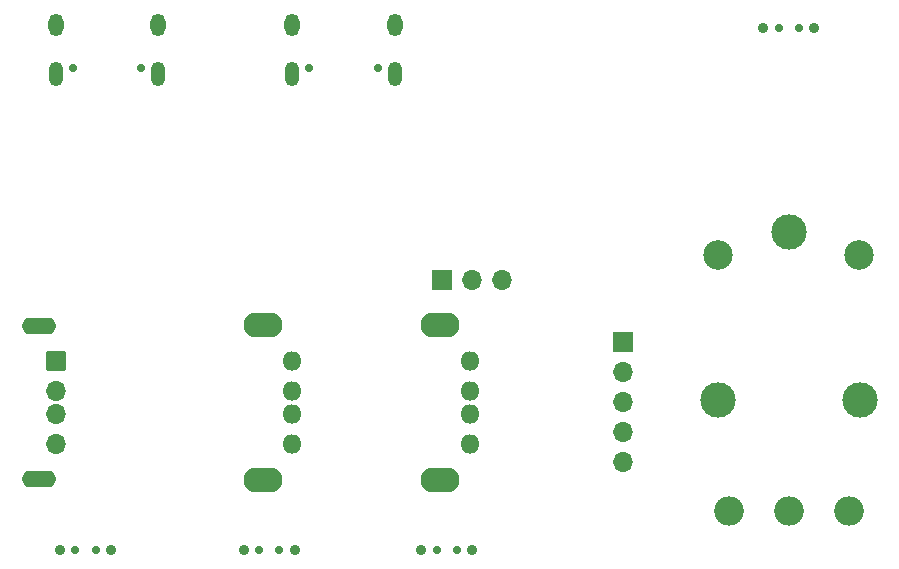
<source format=gbs>
G04 #@! TF.GenerationSoftware,KiCad,Pcbnew,8.0.2*
G04 #@! TF.CreationDate,2024-05-30T21:41:25+08:00*
G04 #@! TF.ProjectId,pppc_usb_hub,70707063-5f75-4736-925f-6875622e6b69,rev?*
G04 #@! TF.SameCoordinates,Original*
G04 #@! TF.FileFunction,Soldermask,Bot*
G04 #@! TF.FilePolarity,Negative*
%FSLAX46Y46*%
G04 Gerber Fmt 4.6, Leading zero omitted, Abs format (unit mm)*
G04 Created by KiCad (PCBNEW 8.0.2) date 2024-05-30 21:41:25*
%MOMM*%
%LPD*%
G01*
G04 APERTURE LIST*
G04 Aperture macros list*
%AMRoundRect*
0 Rectangle with rounded corners*
0 $1 Rounding radius*
0 $2 $3 $4 $5 $6 $7 $8 $9 X,Y pos of 4 corners*
0 Add a 4 corners polygon primitive as box body*
4,1,4,$2,$3,$4,$5,$6,$7,$8,$9,$2,$3,0*
0 Add four circle primitives for the rounded corners*
1,1,$1+$1,$2,$3*
1,1,$1+$1,$4,$5*
1,1,$1+$1,$6,$7*
1,1,$1+$1,$8,$9*
0 Add four rect primitives between the rounded corners*
20,1,$1+$1,$2,$3,$4,$5,0*
20,1,$1+$1,$4,$5,$6,$7,0*
20,1,$1+$1,$6,$7,$8,$9,0*
20,1,$1+$1,$8,$9,$2,$3,0*%
G04 Aperture macros list end*
%ADD10C,0.900000*%
%ADD11C,0.700000*%
%ADD12O,1.200000X2.100000*%
%ADD13O,1.300000X1.900000*%
%ADD14RoundRect,0.050000X0.800000X-0.800000X0.800000X0.800000X-0.800000X0.800000X-0.800000X-0.800000X0*%
%ADD15O,1.700000X1.700000*%
%ADD16O,2.900000X1.400000*%
%ADD17R,1.700000X1.700000*%
%ADD18C,2.500000*%
%ADD19C,3.000000*%
%ADD20O,1.625600X1.625600*%
%ADD21O,3.301600X2.101600*%
%ADD22O,2.501600X2.501600*%
G04 APERTURE END LIST*
D10*
X179949900Y-82863500D03*
D11*
X178649900Y-82863500D03*
X176949900Y-82863500D03*
D10*
X175649900Y-82863500D03*
D11*
X122988900Y-86293400D03*
X117208900Y-86293400D03*
D12*
X124424000Y-86813600D03*
D13*
X124424000Y-82613500D03*
D12*
X115774000Y-86813600D03*
D13*
X115774000Y-82613500D03*
D10*
X116100000Y-127100000D03*
D11*
X117400000Y-127100000D03*
X119100000Y-127100000D03*
D10*
X120400000Y-127100000D03*
D14*
X115774000Y-111099900D03*
D15*
X115774000Y-113600000D03*
X115774000Y-115600000D03*
X115774000Y-118099900D03*
D16*
X114273800Y-108150000D03*
X114273800Y-121049800D03*
D10*
X131674100Y-127100000D03*
D11*
X132974100Y-127100000D03*
X134674100Y-127100000D03*
D10*
X135974100Y-127100000D03*
D17*
X163800000Y-109480000D03*
D15*
X163800000Y-112020000D03*
X163800000Y-114560000D03*
X163800000Y-117100000D03*
X163800000Y-119640000D03*
D18*
X183770000Y-102150000D03*
D19*
X183820000Y-114400000D03*
X171770000Y-114350000D03*
D18*
X171770000Y-102150000D03*
D19*
X177820000Y-100200000D03*
D20*
X135774000Y-111099800D03*
X135774000Y-113599100D03*
X135774000Y-115600700D03*
X135774000Y-118100000D03*
D21*
X133273800Y-108029900D03*
X133273800Y-121169900D03*
D22*
X172740000Y-123800000D03*
X177820000Y-123800000D03*
X182900000Y-123800000D03*
D20*
X150774000Y-111099800D03*
X150774000Y-113599100D03*
X150774000Y-115600700D03*
X150774000Y-118100000D03*
D21*
X148273800Y-108029900D03*
X148273800Y-121169900D03*
D10*
X146674100Y-127100000D03*
D11*
X147974100Y-127100000D03*
X149674100Y-127100000D03*
D10*
X150974100Y-127100000D03*
D11*
X142988900Y-86293400D03*
X137208900Y-86293400D03*
D12*
X144424000Y-86813600D03*
D13*
X144424000Y-82613500D03*
D12*
X135774000Y-86813600D03*
D13*
X135774000Y-82613500D03*
D15*
X153500000Y-104200000D03*
X150960000Y-104200000D03*
D17*
X148420000Y-104200000D03*
M02*

</source>
